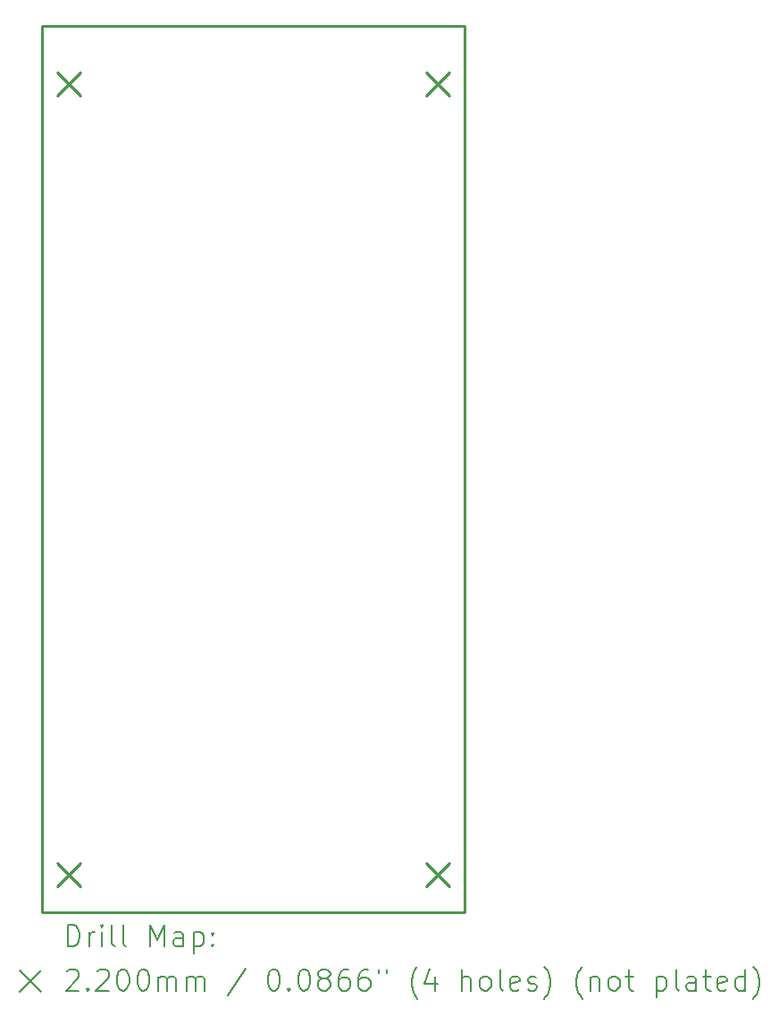
<source format=gbr>
%FSLAX45Y45*%
G04 Gerber Fmt 4.5, Leading zero omitted, Abs format (unit mm)*
G04 Created by KiCad (PCBNEW (6.0.6)) date 2022-07-04 23:45:55*
%MOMM*%
%LPD*%
G01*
G04 APERTURE LIST*
%TA.AperFunction,Profile*%
%ADD10C,0.254000*%
%TD*%
%ADD11C,0.200000*%
%ADD12C,0.220000*%
G04 APERTURE END LIST*
D10*
X9000000Y-6700000D02*
X13000000Y-6700000D01*
X13000000Y-6700000D02*
X13000000Y-15100000D01*
X13000000Y-15100000D02*
X9000000Y-15100000D01*
X9000000Y-15100000D02*
X9000000Y-6700000D01*
D11*
D12*
X9140000Y-7140000D02*
X9360000Y-7360000D01*
X9360000Y-7140000D02*
X9140000Y-7360000D01*
X9140000Y-14640000D02*
X9360000Y-14860000D01*
X9360000Y-14640000D02*
X9140000Y-14860000D01*
X12640000Y-7140000D02*
X12860000Y-7360000D01*
X12860000Y-7140000D02*
X12640000Y-7360000D01*
X12640000Y-14640000D02*
X12860000Y-14860000D01*
X12860000Y-14640000D02*
X12640000Y-14860000D01*
D11*
X9244919Y-15423176D02*
X9244919Y-15223176D01*
X9292538Y-15223176D01*
X9321110Y-15232700D01*
X9340157Y-15251748D01*
X9349681Y-15270795D01*
X9359205Y-15308890D01*
X9359205Y-15337462D01*
X9349681Y-15375557D01*
X9340157Y-15394605D01*
X9321110Y-15413652D01*
X9292538Y-15423176D01*
X9244919Y-15423176D01*
X9444919Y-15423176D02*
X9444919Y-15289843D01*
X9444919Y-15327938D02*
X9454443Y-15308890D01*
X9463967Y-15299367D01*
X9483014Y-15289843D01*
X9502062Y-15289843D01*
X9568729Y-15423176D02*
X9568729Y-15289843D01*
X9568729Y-15223176D02*
X9559205Y-15232700D01*
X9568729Y-15242224D01*
X9578252Y-15232700D01*
X9568729Y-15223176D01*
X9568729Y-15242224D01*
X9692538Y-15423176D02*
X9673490Y-15413652D01*
X9663967Y-15394605D01*
X9663967Y-15223176D01*
X9797300Y-15423176D02*
X9778252Y-15413652D01*
X9768729Y-15394605D01*
X9768729Y-15223176D01*
X10025871Y-15423176D02*
X10025871Y-15223176D01*
X10092538Y-15366033D01*
X10159205Y-15223176D01*
X10159205Y-15423176D01*
X10340157Y-15423176D02*
X10340157Y-15318414D01*
X10330633Y-15299367D01*
X10311586Y-15289843D01*
X10273490Y-15289843D01*
X10254443Y-15299367D01*
X10340157Y-15413652D02*
X10321110Y-15423176D01*
X10273490Y-15423176D01*
X10254443Y-15413652D01*
X10244919Y-15394605D01*
X10244919Y-15375557D01*
X10254443Y-15356509D01*
X10273490Y-15346986D01*
X10321110Y-15346986D01*
X10340157Y-15337462D01*
X10435395Y-15289843D02*
X10435395Y-15489843D01*
X10435395Y-15299367D02*
X10454443Y-15289843D01*
X10492538Y-15289843D01*
X10511586Y-15299367D01*
X10521110Y-15308890D01*
X10530633Y-15327938D01*
X10530633Y-15385081D01*
X10521110Y-15404128D01*
X10511586Y-15413652D01*
X10492538Y-15423176D01*
X10454443Y-15423176D01*
X10435395Y-15413652D01*
X10616348Y-15404128D02*
X10625871Y-15413652D01*
X10616348Y-15423176D01*
X10606824Y-15413652D01*
X10616348Y-15404128D01*
X10616348Y-15423176D01*
X10616348Y-15299367D02*
X10625871Y-15308890D01*
X10616348Y-15318414D01*
X10606824Y-15308890D01*
X10616348Y-15299367D01*
X10616348Y-15318414D01*
X8787300Y-15652700D02*
X8987300Y-15852700D01*
X8987300Y-15652700D02*
X8787300Y-15852700D01*
X9235395Y-15662224D02*
X9244919Y-15652700D01*
X9263967Y-15643176D01*
X9311586Y-15643176D01*
X9330633Y-15652700D01*
X9340157Y-15662224D01*
X9349681Y-15681271D01*
X9349681Y-15700319D01*
X9340157Y-15728890D01*
X9225871Y-15843176D01*
X9349681Y-15843176D01*
X9435395Y-15824128D02*
X9444919Y-15833652D01*
X9435395Y-15843176D01*
X9425871Y-15833652D01*
X9435395Y-15824128D01*
X9435395Y-15843176D01*
X9521110Y-15662224D02*
X9530633Y-15652700D01*
X9549681Y-15643176D01*
X9597300Y-15643176D01*
X9616348Y-15652700D01*
X9625871Y-15662224D01*
X9635395Y-15681271D01*
X9635395Y-15700319D01*
X9625871Y-15728890D01*
X9511586Y-15843176D01*
X9635395Y-15843176D01*
X9759205Y-15643176D02*
X9778252Y-15643176D01*
X9797300Y-15652700D01*
X9806824Y-15662224D01*
X9816348Y-15681271D01*
X9825871Y-15719367D01*
X9825871Y-15766986D01*
X9816348Y-15805081D01*
X9806824Y-15824128D01*
X9797300Y-15833652D01*
X9778252Y-15843176D01*
X9759205Y-15843176D01*
X9740157Y-15833652D01*
X9730633Y-15824128D01*
X9721110Y-15805081D01*
X9711586Y-15766986D01*
X9711586Y-15719367D01*
X9721110Y-15681271D01*
X9730633Y-15662224D01*
X9740157Y-15652700D01*
X9759205Y-15643176D01*
X9949681Y-15643176D02*
X9968729Y-15643176D01*
X9987776Y-15652700D01*
X9997300Y-15662224D01*
X10006824Y-15681271D01*
X10016348Y-15719367D01*
X10016348Y-15766986D01*
X10006824Y-15805081D01*
X9997300Y-15824128D01*
X9987776Y-15833652D01*
X9968729Y-15843176D01*
X9949681Y-15843176D01*
X9930633Y-15833652D01*
X9921110Y-15824128D01*
X9911586Y-15805081D01*
X9902062Y-15766986D01*
X9902062Y-15719367D01*
X9911586Y-15681271D01*
X9921110Y-15662224D01*
X9930633Y-15652700D01*
X9949681Y-15643176D01*
X10102062Y-15843176D02*
X10102062Y-15709843D01*
X10102062Y-15728890D02*
X10111586Y-15719367D01*
X10130633Y-15709843D01*
X10159205Y-15709843D01*
X10178252Y-15719367D01*
X10187776Y-15738414D01*
X10187776Y-15843176D01*
X10187776Y-15738414D02*
X10197300Y-15719367D01*
X10216348Y-15709843D01*
X10244919Y-15709843D01*
X10263967Y-15719367D01*
X10273490Y-15738414D01*
X10273490Y-15843176D01*
X10368729Y-15843176D02*
X10368729Y-15709843D01*
X10368729Y-15728890D02*
X10378252Y-15719367D01*
X10397300Y-15709843D01*
X10425871Y-15709843D01*
X10444919Y-15719367D01*
X10454443Y-15738414D01*
X10454443Y-15843176D01*
X10454443Y-15738414D02*
X10463967Y-15719367D01*
X10483014Y-15709843D01*
X10511586Y-15709843D01*
X10530633Y-15719367D01*
X10540157Y-15738414D01*
X10540157Y-15843176D01*
X10930633Y-15633652D02*
X10759205Y-15890795D01*
X11187776Y-15643176D02*
X11206824Y-15643176D01*
X11225871Y-15652700D01*
X11235395Y-15662224D01*
X11244919Y-15681271D01*
X11254443Y-15719367D01*
X11254443Y-15766986D01*
X11244919Y-15805081D01*
X11235395Y-15824128D01*
X11225871Y-15833652D01*
X11206824Y-15843176D01*
X11187776Y-15843176D01*
X11168729Y-15833652D01*
X11159205Y-15824128D01*
X11149681Y-15805081D01*
X11140157Y-15766986D01*
X11140157Y-15719367D01*
X11149681Y-15681271D01*
X11159205Y-15662224D01*
X11168729Y-15652700D01*
X11187776Y-15643176D01*
X11340157Y-15824128D02*
X11349681Y-15833652D01*
X11340157Y-15843176D01*
X11330633Y-15833652D01*
X11340157Y-15824128D01*
X11340157Y-15843176D01*
X11473490Y-15643176D02*
X11492538Y-15643176D01*
X11511586Y-15652700D01*
X11521109Y-15662224D01*
X11530633Y-15681271D01*
X11540157Y-15719367D01*
X11540157Y-15766986D01*
X11530633Y-15805081D01*
X11521109Y-15824128D01*
X11511586Y-15833652D01*
X11492538Y-15843176D01*
X11473490Y-15843176D01*
X11454443Y-15833652D01*
X11444919Y-15824128D01*
X11435395Y-15805081D01*
X11425871Y-15766986D01*
X11425871Y-15719367D01*
X11435395Y-15681271D01*
X11444919Y-15662224D01*
X11454443Y-15652700D01*
X11473490Y-15643176D01*
X11654443Y-15728890D02*
X11635395Y-15719367D01*
X11625871Y-15709843D01*
X11616348Y-15690795D01*
X11616348Y-15681271D01*
X11625871Y-15662224D01*
X11635395Y-15652700D01*
X11654443Y-15643176D01*
X11692538Y-15643176D01*
X11711586Y-15652700D01*
X11721109Y-15662224D01*
X11730633Y-15681271D01*
X11730633Y-15690795D01*
X11721109Y-15709843D01*
X11711586Y-15719367D01*
X11692538Y-15728890D01*
X11654443Y-15728890D01*
X11635395Y-15738414D01*
X11625871Y-15747938D01*
X11616348Y-15766986D01*
X11616348Y-15805081D01*
X11625871Y-15824128D01*
X11635395Y-15833652D01*
X11654443Y-15843176D01*
X11692538Y-15843176D01*
X11711586Y-15833652D01*
X11721109Y-15824128D01*
X11730633Y-15805081D01*
X11730633Y-15766986D01*
X11721109Y-15747938D01*
X11711586Y-15738414D01*
X11692538Y-15728890D01*
X11902062Y-15643176D02*
X11863967Y-15643176D01*
X11844919Y-15652700D01*
X11835395Y-15662224D01*
X11816348Y-15690795D01*
X11806824Y-15728890D01*
X11806824Y-15805081D01*
X11816348Y-15824128D01*
X11825871Y-15833652D01*
X11844919Y-15843176D01*
X11883014Y-15843176D01*
X11902062Y-15833652D01*
X11911586Y-15824128D01*
X11921109Y-15805081D01*
X11921109Y-15757462D01*
X11911586Y-15738414D01*
X11902062Y-15728890D01*
X11883014Y-15719367D01*
X11844919Y-15719367D01*
X11825871Y-15728890D01*
X11816348Y-15738414D01*
X11806824Y-15757462D01*
X12092538Y-15643176D02*
X12054443Y-15643176D01*
X12035395Y-15652700D01*
X12025871Y-15662224D01*
X12006824Y-15690795D01*
X11997300Y-15728890D01*
X11997300Y-15805081D01*
X12006824Y-15824128D01*
X12016348Y-15833652D01*
X12035395Y-15843176D01*
X12073490Y-15843176D01*
X12092538Y-15833652D01*
X12102062Y-15824128D01*
X12111586Y-15805081D01*
X12111586Y-15757462D01*
X12102062Y-15738414D01*
X12092538Y-15728890D01*
X12073490Y-15719367D01*
X12035395Y-15719367D01*
X12016348Y-15728890D01*
X12006824Y-15738414D01*
X11997300Y-15757462D01*
X12187776Y-15643176D02*
X12187776Y-15681271D01*
X12263967Y-15643176D02*
X12263967Y-15681271D01*
X12559205Y-15919367D02*
X12549681Y-15909843D01*
X12530633Y-15881271D01*
X12521109Y-15862224D01*
X12511586Y-15833652D01*
X12502062Y-15786033D01*
X12502062Y-15747938D01*
X12511586Y-15700319D01*
X12521109Y-15671748D01*
X12530633Y-15652700D01*
X12549681Y-15624128D01*
X12559205Y-15614605D01*
X12721109Y-15709843D02*
X12721109Y-15843176D01*
X12673490Y-15633652D02*
X12625871Y-15776509D01*
X12749681Y-15776509D01*
X12978252Y-15843176D02*
X12978252Y-15643176D01*
X13063967Y-15843176D02*
X13063967Y-15738414D01*
X13054443Y-15719367D01*
X13035395Y-15709843D01*
X13006824Y-15709843D01*
X12987776Y-15719367D01*
X12978252Y-15728890D01*
X13187776Y-15843176D02*
X13168728Y-15833652D01*
X13159205Y-15824128D01*
X13149681Y-15805081D01*
X13149681Y-15747938D01*
X13159205Y-15728890D01*
X13168728Y-15719367D01*
X13187776Y-15709843D01*
X13216348Y-15709843D01*
X13235395Y-15719367D01*
X13244919Y-15728890D01*
X13254443Y-15747938D01*
X13254443Y-15805081D01*
X13244919Y-15824128D01*
X13235395Y-15833652D01*
X13216348Y-15843176D01*
X13187776Y-15843176D01*
X13368728Y-15843176D02*
X13349681Y-15833652D01*
X13340157Y-15814605D01*
X13340157Y-15643176D01*
X13521109Y-15833652D02*
X13502062Y-15843176D01*
X13463967Y-15843176D01*
X13444919Y-15833652D01*
X13435395Y-15814605D01*
X13435395Y-15738414D01*
X13444919Y-15719367D01*
X13463967Y-15709843D01*
X13502062Y-15709843D01*
X13521109Y-15719367D01*
X13530633Y-15738414D01*
X13530633Y-15757462D01*
X13435395Y-15776509D01*
X13606824Y-15833652D02*
X13625871Y-15843176D01*
X13663967Y-15843176D01*
X13683014Y-15833652D01*
X13692538Y-15814605D01*
X13692538Y-15805081D01*
X13683014Y-15786033D01*
X13663967Y-15776509D01*
X13635395Y-15776509D01*
X13616348Y-15766986D01*
X13606824Y-15747938D01*
X13606824Y-15738414D01*
X13616348Y-15719367D01*
X13635395Y-15709843D01*
X13663967Y-15709843D01*
X13683014Y-15719367D01*
X13759205Y-15919367D02*
X13768728Y-15909843D01*
X13787776Y-15881271D01*
X13797300Y-15862224D01*
X13806824Y-15833652D01*
X13816348Y-15786033D01*
X13816348Y-15747938D01*
X13806824Y-15700319D01*
X13797300Y-15671748D01*
X13787776Y-15652700D01*
X13768728Y-15624128D01*
X13759205Y-15614605D01*
X14121109Y-15919367D02*
X14111586Y-15909843D01*
X14092538Y-15881271D01*
X14083014Y-15862224D01*
X14073490Y-15833652D01*
X14063967Y-15786033D01*
X14063967Y-15747938D01*
X14073490Y-15700319D01*
X14083014Y-15671748D01*
X14092538Y-15652700D01*
X14111586Y-15624128D01*
X14121109Y-15614605D01*
X14197300Y-15709843D02*
X14197300Y-15843176D01*
X14197300Y-15728890D02*
X14206824Y-15719367D01*
X14225871Y-15709843D01*
X14254443Y-15709843D01*
X14273490Y-15719367D01*
X14283014Y-15738414D01*
X14283014Y-15843176D01*
X14406824Y-15843176D02*
X14387776Y-15833652D01*
X14378252Y-15824128D01*
X14368728Y-15805081D01*
X14368728Y-15747938D01*
X14378252Y-15728890D01*
X14387776Y-15719367D01*
X14406824Y-15709843D01*
X14435395Y-15709843D01*
X14454443Y-15719367D01*
X14463967Y-15728890D01*
X14473490Y-15747938D01*
X14473490Y-15805081D01*
X14463967Y-15824128D01*
X14454443Y-15833652D01*
X14435395Y-15843176D01*
X14406824Y-15843176D01*
X14530633Y-15709843D02*
X14606824Y-15709843D01*
X14559205Y-15643176D02*
X14559205Y-15814605D01*
X14568728Y-15833652D01*
X14587776Y-15843176D01*
X14606824Y-15843176D01*
X14825871Y-15709843D02*
X14825871Y-15909843D01*
X14825871Y-15719367D02*
X14844919Y-15709843D01*
X14883014Y-15709843D01*
X14902062Y-15719367D01*
X14911586Y-15728890D01*
X14921109Y-15747938D01*
X14921109Y-15805081D01*
X14911586Y-15824128D01*
X14902062Y-15833652D01*
X14883014Y-15843176D01*
X14844919Y-15843176D01*
X14825871Y-15833652D01*
X15035395Y-15843176D02*
X15016348Y-15833652D01*
X15006824Y-15814605D01*
X15006824Y-15643176D01*
X15197300Y-15843176D02*
X15197300Y-15738414D01*
X15187776Y-15719367D01*
X15168728Y-15709843D01*
X15130633Y-15709843D01*
X15111586Y-15719367D01*
X15197300Y-15833652D02*
X15178252Y-15843176D01*
X15130633Y-15843176D01*
X15111586Y-15833652D01*
X15102062Y-15814605D01*
X15102062Y-15795557D01*
X15111586Y-15776509D01*
X15130633Y-15766986D01*
X15178252Y-15766986D01*
X15197300Y-15757462D01*
X15263967Y-15709843D02*
X15340157Y-15709843D01*
X15292538Y-15643176D02*
X15292538Y-15814605D01*
X15302062Y-15833652D01*
X15321109Y-15843176D01*
X15340157Y-15843176D01*
X15483014Y-15833652D02*
X15463967Y-15843176D01*
X15425871Y-15843176D01*
X15406824Y-15833652D01*
X15397300Y-15814605D01*
X15397300Y-15738414D01*
X15406824Y-15719367D01*
X15425871Y-15709843D01*
X15463967Y-15709843D01*
X15483014Y-15719367D01*
X15492538Y-15738414D01*
X15492538Y-15757462D01*
X15397300Y-15776509D01*
X15663967Y-15843176D02*
X15663967Y-15643176D01*
X15663967Y-15833652D02*
X15644919Y-15843176D01*
X15606824Y-15843176D01*
X15587776Y-15833652D01*
X15578252Y-15824128D01*
X15568728Y-15805081D01*
X15568728Y-15747938D01*
X15578252Y-15728890D01*
X15587776Y-15719367D01*
X15606824Y-15709843D01*
X15644919Y-15709843D01*
X15663967Y-15719367D01*
X15740157Y-15919367D02*
X15749681Y-15909843D01*
X15768728Y-15881271D01*
X15778252Y-15862224D01*
X15787776Y-15833652D01*
X15797300Y-15786033D01*
X15797300Y-15747938D01*
X15787776Y-15700319D01*
X15778252Y-15671748D01*
X15768728Y-15652700D01*
X15749681Y-15624128D01*
X15740157Y-15614605D01*
M02*

</source>
